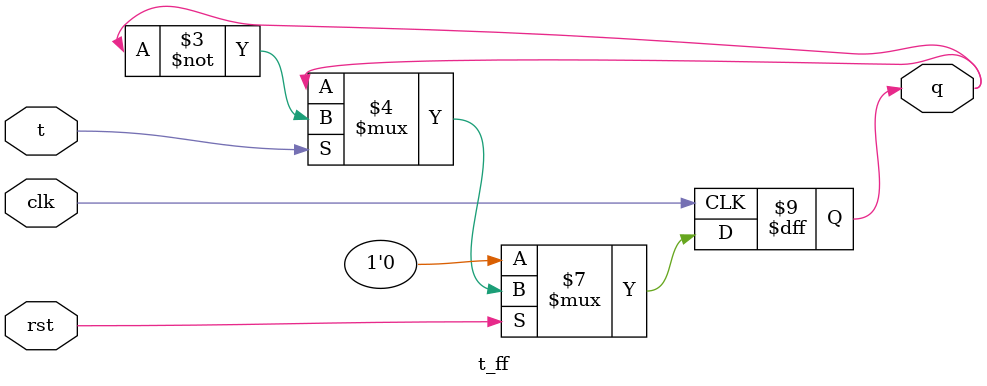
<source format=v>
module t_ff(clk, rst, t, q);
    input clk;
    input rst;
    input t;
    output reg q;
 always @(posedge clk)
        begin 
            if (!rst)
                q <= 0; 
            else if (t)
                q <= ~q;
        end 
endmodule

</source>
